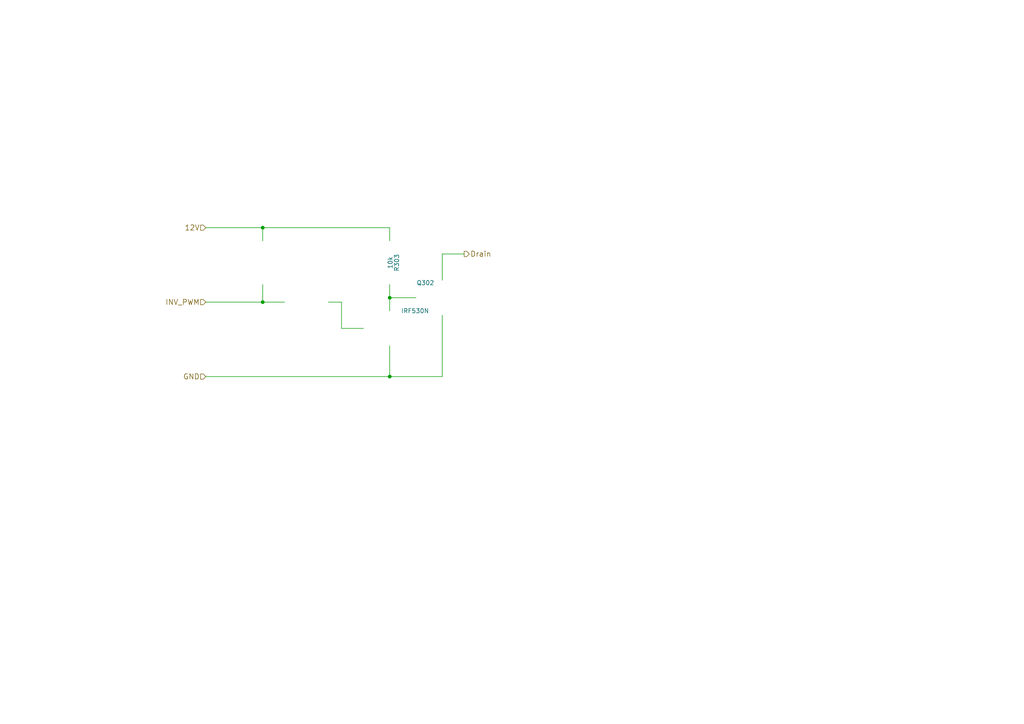
<source format=kicad_sch>
(kicad_sch (version 20230121) (generator eeschema)
  (paper "A4")
  (lib_symbols)
  (junction (at 113.03 86.36))
  (junction (at 76.2 87.63))
  (junction (at 76.2 66.04))
  (junction (at 113.03 109.22))
  (wire (pts (xy 128.27 109.22) (xy 128.27 91.44)))
  (wire (pts (xy 113.03 86.36) (xy 113.03 90.17)))
  (wire (pts (xy 95.25 87.63) (xy 99.06 87.63)))
  (wire (pts (xy 128.27 73.66) (xy 134.62 73.66)))
  (wire (pts (xy 113.03 100.33) (xy 113.03 109.22)))
  (wire (pts (xy 113.03 66.04) (xy 113.03 69.85)))
  (wire (pts (xy 76.2 82.55) (xy 76.2 87.63)))
  (wire (pts (xy 99.06 95.25) (xy 105.41 95.25)))
  (wire (pts (xy 59.69 109.22) (xy 113.03 109.22)))
  (wire (pts (xy 59.69 87.63) (xy 76.2 87.63)))
  (wire (pts (xy 76.2 66.04) (xy 113.03 66.04)))
  (wire (pts (xy 113.03 109.22) (xy 128.27 109.22)))
  (wire (pts (xy 76.2 66.04) (xy 76.2 69.85)))
  (wire (pts (xy 99.06 87.63) (xy 99.06 95.25)))
  (wire (pts (xy 59.69 66.04) (xy 76.2 66.04)))
  (wire (pts (xy 128.27 81.28) (xy 128.27 73.66)))
  (wire (pts (xy 120.65 86.36) (xy 113.03 86.36)))
  (wire (pts (xy 113.03 82.55) (xy 113.03 86.36)))
  (wire (pts (xy 76.2 87.63) (xy 82.55 87.63)))
  (hierarchical_label "INV_PWM" (shape input) (at 59.69 87.63 180) (effects (font (size 1.524 1.524))))
  (hierarchical_label "12V" (shape input) (at 59.69 66.04 180) (effects (font (size 1.524 1.524))))
  (hierarchical_label "Drain" (shape output) (at 134.62 73.66 0) (effects (font (size 1.524 1.524))))
  (hierarchical_label "GND" (shape input) (at 59.69 109.22 180) (effects (font (size 1.524 1.524))))
  (symbol (lib_id "R") (at 76.2 76.2 0) (unit 1)
    (property "Reference" "R301" (at 78.232 76.2 90))
    (property "Value" "10k" (at 76.3778 76.1746 90))
    (property "Footprint" "Resistors_SMD:R_0805_HandSoldering" (effects hide))
    (instances (project "adapter" (path "" (reference "R301") (unit 1)) (path "" (reference "R501") (unit 1)) (path "" (reference "R201") (unit 1)) (path "" (reference "R601") (unit 1)) (path "" (reference "R401") (unit 1))))
  )
  (symbol (lib_id "R") (at 113.03 76.2 0) (unit 1)
    (property "Reference" "R303" (at 115.062 76.2 90))
    (property "Value" "10k" (at 113.2078 76.1746 90))
    (property "Footprint" "Resistors_SMD:R_0805_HandSoldering" (effects hide))
    (instances (project "adapter" (path "" (reference "R303") (unit 1)) (path "" (reference "R503") (unit 1)) (path "" (reference "R203") (unit 1)) (path "" (reference "R603") (unit 1)) (path "" (reference "R403") (unit 1))))
  )
  (symbol (lib_id "R") (at 88.9 87.63 270) (unit 1)
    (property "Reference" "R302" (at 88.9 89.662 90))
    (property "Value" "1k" (at 88.9254 87.8078 90))
    (property "Footprint" "Resistors_SMD:R_0805_HandSoldering" (effects hide))
    (instances (project "adapter" (path "" (reference "R302") (unit 1)) (path "" (reference "R502") (unit 1)) (path "" (reference "R202") (unit 1)) (path "" (reference "R602") (unit 1)) (path "" (reference "R402") (unit 1))))
  )
  (symbol (lib_id "NPN") (at 110.49 95.25 0) (unit 1)
    (property "Reference" "Q301" (at 110.49 99.06 0) (effects (justify right)))
    (property "Value" "BC850" (at 110.49 91.44 0) (effects (justify right)))
    (property "Footprint" "smd_packages_fork:SOT23EBC" (effects hide))
    (instances (project "adapter" (path "" (reference "Q301") (unit 1)) (path "" (reference "Q501") (unit 1)) (path "" (reference "Q201") (unit 1)) (path "" (reference "Q601") (unit 1)) (path "" (reference "Q401") (unit 1))))
  )
  (symbol (lib_id "MOS_N") (at 125.73 86.36 0) (unit 1)
    (property "Reference" "Q302" (at 125.984 82.042 0) (effects (justify right)))
    (property "Value" "IRF530N" (at 124.46 90.17 0) (effects (justify right)))
    (property "Footprint" "Transistors_TO-220:TO-220_FET-GDS_Vertical" (effects hide))
    (instances (project "adapter" (path "" (reference "Q302") (unit 1)) (path "" (reference "Q502") (unit 1)) (path "" (reference "Q202") (unit 1)) (path "" (reference "Q602") (unit 1)) (path "" (reference "Q402") (unit 1))))
  )
)
</source>
